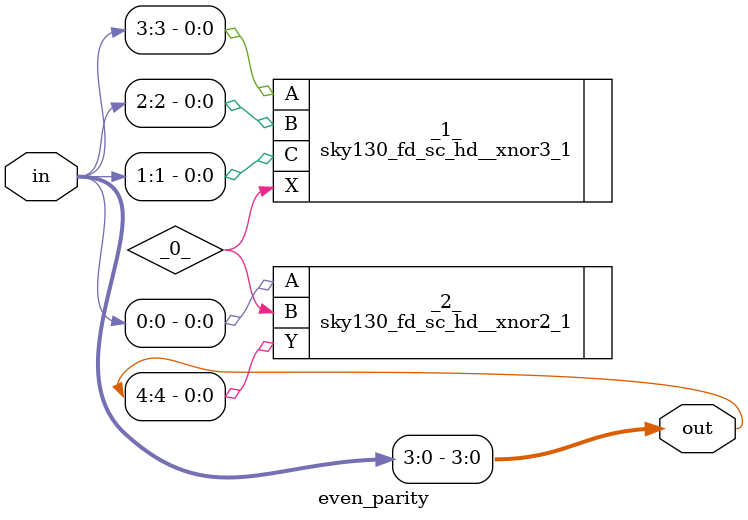
<source format=v>
/* Generated by Yosys 0.33 (git sha1 2584903a060) */

/* top =  1  */
/* src = "even_parity_detector.v:1.1-6.10" */
module even_parity(in, out);
  wire _0_;
  /* src = "even_parity_detector.v:2.12-2.14" */
  input [3:0] in;
  wire [3:0] in;
  /* src = "even_parity_detector.v:3.13-3.16" */
  output [4:0] out;
  wire [4:0] out;
  sky130_fd_sc_hd__xnor3_1 _1_ (
    .A(in[3]),
    .B(in[2]),
    .C(in[1]),
    .X(_0_)
  );
  sky130_fd_sc_hd__xnor2_1 _2_ (
    .A(in[0]),
    .B(_0_),
    .Y(out[4])
  );
  assign out[3:0] = in;
endmodule

</source>
